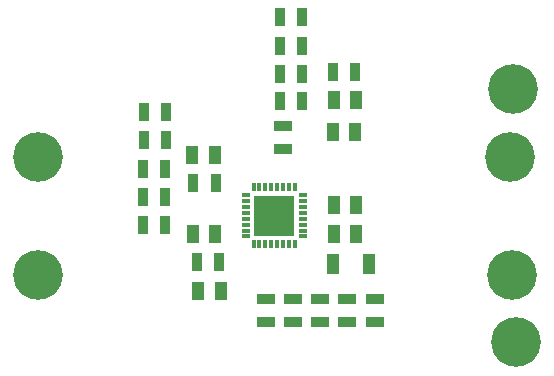
<source format=gbs>
G04*
G04 #@! TF.GenerationSoftware,Altium Limited,Altium Designer,24.1.2 (44)*
G04*
G04 Layer_Color=16711935*
%FSLAX44Y44*%
%MOMM*%
G71*
G04*
G04 #@! TF.SameCoordinates,4217E398-C2CF-4D03-8A17-56E4B4A10716*
G04*
G04*
G04 #@! TF.FilePolarity,Negative*
G04*
G01*
G75*
%ADD21C,4.2032*%
%ADD39R,0.3316X0.7016*%
%ADD40R,0.7016X0.3316*%
%ADD41R,3.4016X3.4016*%
%ADD42R,1.5032X0.9032*%
%ADD43R,1.1032X1.5032*%
%ADD44R,1.1032X1.8032*%
%ADD45R,0.9032X1.5032*%
D21*
X452000Y357000D02*
D03*
X455000Y143000D02*
D03*
X450000Y300000D02*
D03*
X451000Y200000D02*
D03*
X50000D02*
D03*
Y300000D02*
D03*
D39*
X267500Y274000D02*
D03*
X262500D02*
D03*
X247500D02*
D03*
X242500D02*
D03*
X237500D02*
D03*
X232500D02*
D03*
Y226000D02*
D03*
X237500D02*
D03*
X242500D02*
D03*
X247500D02*
D03*
X252500D02*
D03*
X257500D02*
D03*
X262500D02*
D03*
X267500D02*
D03*
X252500Y274000D02*
D03*
X257500D02*
D03*
D40*
X226000Y267500D02*
D03*
Y262500D02*
D03*
Y247500D02*
D03*
Y242500D02*
D03*
Y237500D02*
D03*
Y232500D02*
D03*
X274000Y237500D02*
D03*
Y242500D02*
D03*
Y247500D02*
D03*
Y252500D02*
D03*
Y257500D02*
D03*
Y262500D02*
D03*
Y267500D02*
D03*
X226000Y252500D02*
D03*
Y257500D02*
D03*
X274000Y232500D02*
D03*
D41*
X250000Y250000D02*
D03*
D42*
X243000Y179500D02*
D03*
Y160500D02*
D03*
X266000Y179500D02*
D03*
Y160500D02*
D03*
X289000Y179500D02*
D03*
Y160500D02*
D03*
X312000Y160500D02*
D03*
Y179500D02*
D03*
X335000Y160500D02*
D03*
Y179500D02*
D03*
X257000Y307000D02*
D03*
Y326000D02*
D03*
D43*
X300500Y259000D02*
D03*
X319500D02*
D03*
X300500Y235000D02*
D03*
X319500D02*
D03*
X299500Y321000D02*
D03*
X318500D02*
D03*
X300500Y348000D02*
D03*
X319500D02*
D03*
X204500Y186000D02*
D03*
X185500D02*
D03*
X200000Y235000D02*
D03*
X181000D02*
D03*
X180500Y301500D02*
D03*
X199500D02*
D03*
D44*
X299500Y209000D02*
D03*
X330500D02*
D03*
D45*
X318500Y372000D02*
D03*
X299500D02*
D03*
X254500Y347000D02*
D03*
X273500D02*
D03*
X254500Y370000D02*
D03*
X273500D02*
D03*
X254500Y394000D02*
D03*
X273500D02*
D03*
X254500Y418000D02*
D03*
X273500D02*
D03*
X184500Y211000D02*
D03*
X203500D02*
D03*
X200500Y277500D02*
D03*
X181500D02*
D03*
X157500Y242000D02*
D03*
X138500D02*
D03*
X157500Y266000D02*
D03*
X138500D02*
D03*
X138500Y290000D02*
D03*
X157500D02*
D03*
X158500Y314000D02*
D03*
X139500D02*
D03*
X158500Y338000D02*
D03*
X139500D02*
D03*
M02*

</source>
